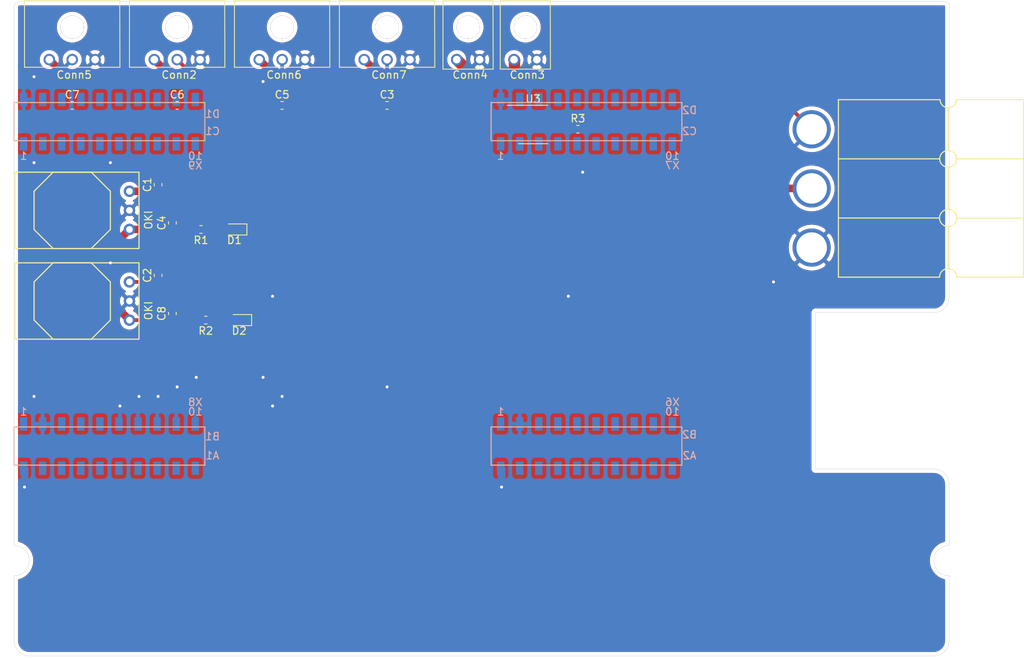
<source format=kicad_pcb>
(kicad_pcb (version 20171130) (host pcbnew "(5.1.6)-1")
  (layers (0 F.Cu signal) (31 B.Cu signal) (34 B.Paste user) (35 F.Paste user) (36 B.SilkS user) (37 F.SilkS user) (38 B.Mask user) (39 F.Mask user) (44 Edge.Cuts user))
  (net 0 "")
  (net 1 GND)
  (net 2 +12L)
  (net 3 +12VA)
  (net 4 +5V)
  (net 5 +3V3)
  (net 6 InteriorNeoPixel)
  (net 7 "Net-(Conn3-Pad1)")
  (net 8 AutopanelNeoPixel)
  (net 9 UnderglowNeoPixel)
  (net 10 SpeakerNeoPixel)
  (net 11 "Net-(D1-Pad2)")
  (net 12 "Net-(D2-Pad2)")
  (net 13 HeadlightToggle)
  (net 14 "Net-(R3-Pad1)")
  (net 15 "Net-(U4-PadPP2)")
  (net 16 "Net-(U4-PadPN3)")
  (net 17 "Net-(U4-PadPN2)")
  (net 18 "Net-(U4-PadPD0)")
  (net 19 "Net-(U4-PadPD1)")
  (net 20 "Net-(U4-PadRese)")
  (net 21 "Net-(U4-PadPH3)")
  (net 22 "Net-(U4-PadPH2)")
  (net 23 "Net-(U4-PadPM3)")
  (net 24 "Net-(U4-PadPL3)")
  (net 25 "Net-(U4-PadPL2)")
  (net 26 "Net-(U4-PadPL1)")
  (net 27 "Net-(U4-PadPL0)")
  (net 28 "Net-(U4-PadPL5)")
  (net 29 "Net-(U4-PadPL4)")
  (net 30 "Net-(U4-PadPG0)")
  (net 31 "Net-(U4-PadPF3)")
  (net 32 "Net-(U4-PadPF2)")
  (net 33 "Net-(U4-PadPF1)")
  (net 34 "Net-(U4-PadPB3)")
  (net 35 "Net-(U4-PadPB2)")
  (net 36 "Net-(U4-PadPC7)")
  (net 37 "Net-(U4-PadPD3)")
  (net 38 "Net-(U4-PadPE5)")
  (net 39 "Net-(U4-PadPC6)")
  (net 40 "Net-(U4-PadPC5)")
  (net 41 "Net-(U4-PadPC4)")
  (net 42 "Net-(U4-PadPE4)")
  (net 43 "Net-(U4-PadPE2)")
  (net 44 "Net-(U4-PadPE1)")
  (net 45 "Net-(U4-PadPE0)")
  (net 46 "Net-(U4-Pad+5V)")
  (net 47 "Net-(U4-PadPP5)")
  (net 48 "Net-(U4-PadPM7)")
  (net 49 "Net-(U4-PadPK7)")
  (net 50 "Net-(U4-PadPK6)")
  (net 51 "Net-(U4-PadPH1)")
  (net 52 "Net-(U4-PadPH0)")
  (net 53 "Net-(U4-PadPM2)")
  (net 54 "Net-(U4-PadPM1)")
  (net 55 "Net-(U4-PadPM0)")
  (net 56 "Net-(U4-PadPK5)")
  (net 57 "Net-(U4-PadPK4)")
  (net 58 "Net-(U4-PadPG1)")
  (net 59 "Net-(U4-PadPN4)")
  (net 60 "Net-(U4-PadPP4)")
  (net 61 "Net-(U4-PadPD5)")
  (net 62 "Net-(U4-PadPD4)")
  (net 63 "Net-(U4-PadPP1)")
  (net 64 "Net-(U4-PadPP0)")
  (net 65 "Net-(U4-PadPD2)")
  (net 66 "Net-(U4-PadPA5)")
  (net 67 "Net-(U4-PadPK3)")
  (net 68 "Net-(U4-PadPB5)")
  (net 69 "Net-(U4-PadPB4)")
  (net 70 "Net-(U4-Pad+5V')")
  (net 71 "Net-(U4-PadPK1)")
  (net 72 "Net-(U4-PadPK2)")
  (net 73 "Net-(U4-PadPN5)")
  (net 74 "Net-(U4-PadPA7)")
  (net 75 "Net-(U4-PadRese')")
  (net 76 "Net-(U4-PadPA4)")
  (net 77 "Net-(U4-PadPQ0)")
  (net 78 "Net-(U4-PadPP3)")
  (net 79 "Net-(U4-PadPQ3)")
  (net 80 "Net-(U4-PadPK0)")
  (net 81 "Net-(U4-PadPQ2)")
  (net 82 "Net-(U4-PadPQ1)")
  (net 83 "Net-(U4-PadPM6)")
  (module MRDT_Shields:TM4C129E_Launchpad_FULL_SMD_BOTTOM (layer F.Cu) (at 112.268 113.284)
    (fp_text reference U4 hide)
    (fp_text value TM4C129E_Launchpad hide)
    (fp_text user 1 (at 1.27 -7.112 180) (layer B.SilkS) (effects (justify mirror)))
    (fp_text user 1 (at 1.27 -41.148 180) (layer B.SilkS) (effects (justify mirror)))
    (fp_text user 1 (at 64.77 -41.148 180) (layer B.SilkS) (effects (justify mirror)))
    (fp_text user A2 (at 89.916 -1.27 180) (layer B.SilkS) (effects (justify mirror)))
    (fp_text user B2 (at 89.916 -4.064 180) (layer B.SilkS) (effects (justify mirror)))
    (fp_text user A1 (at 26.416 -1.27 180) (layer B.SilkS) (effects (justify mirror)))
    (fp_text user B1 (at 26.416 -3.81 180) (layer B.SilkS) (effects (justify mirror)))
    (fp_text user D2 (at 89.916 -47.244) (layer B.SilkS) (effects (justify mirror)))
    (fp_text user C2 (at 89.916 -44.45 180) (layer B.SilkS) (effects (justify mirror)))
    (fp_text user D1 (at 26.416 -46.736 180) (layer B.SilkS) (effects (justify mirror)))
    (fp_text user C1 (at 26.416 -44.45 180) (layer B.SilkS) (effects (justify mirror)))
    (fp_text user X6 (at 87.63 -8.382) (layer B.SilkS) (effects (justify mirror)))
    (fp_text user X7 (at 87.63 -39.878 180) (layer B.SilkS) (effects (justify mirror)))
    (fp_text user X8 (at 24.13 -8.382 180) (layer B.SilkS) (effects (justify mirror)))
    (fp_text user X9 (at 24.13 -39.878 180) (layer B.SilkS) (effects (justify mirror)))
    (fp_text user 1 (at 64.77 -7.112 180) (layer B.SilkS) (effects (justify mirror)))
    (fp_text user 10 (at 87.63 -7.112 180) (layer B.SilkS) (effects (justify mirror)))
    (fp_text user 10 (at 87.63 -41.148 180) (layer B.SilkS) (effects (justify mirror)))
    (fp_text user 10 (at 24.13 -7.112 180) (layer B.SilkS) (effects (justify mirror)))
    (fp_text user 10 (at 24.13 -41.148 180) (layer B.SilkS) (effects (justify mirror)))
    (fp_line (start 25.4 0) (end 25.4 -5.08) (layer B.SilkS) (width 0.15))
    (fp_line (start 25.4 -5.08) (end 0 -5.08) (layer B.SilkS) (width 0.15))
    (fp_line (start 0 -5.08) (end 0 0) (layer B.SilkS) (width 0.15))
    (fp_line (start 0 0) (end 25.4 0) (layer B.SilkS) (width 0.15))
    (fp_line (start 25.4 -43.18) (end 25.4 -48.26) (layer B.SilkS) (width 0.15))
    (fp_line (start 25.4 -48.26) (end 0 -48.26) (layer B.SilkS) (width 0.15))
    (fp_line (start 0 -48.26) (end 0 -43.18) (layer B.SilkS) (width 0.15))
    (fp_line (start 0 -43.18) (end 25.4 -43.18) (layer B.SilkS) (width 0.15))
    (fp_line (start 88.9 -5.08) (end 63.5 -5.08) (layer B.SilkS) (width 0.15))
    (fp_line (start 63.5 -43.18) (end 88.9 -43.18) (layer B.SilkS) (width 0.15))
    (fp_line (start 88.9 0) (end 88.9 -5.08) (layer B.SilkS) (width 0.15))
    (fp_line (start 63.5 -5.08) (end 63.5 0) (layer B.SilkS) (width 0.15))
    (fp_line (start 63.5 0) (end 88.9 0) (layer B.SilkS) (width 0.15))
    (fp_line (start 88.9 -43.18) (end 88.9 -48.26) (layer B.SilkS) (width 0.15))
    (fp_line (start 88.9 -48.26) (end 63.5 -48.26) (layer B.SilkS) (width 0.15))
    (fp_line (start 63.5 -48.26) (end 63.5 -43.18) (layer B.SilkS) (width 0.15))
    (pad PP2 smd rect (at 24.13 -48.6664 180) (size 0.9906 1.778) (layers B.Cu B.Paste B.Mask) (net 15 "Net-(U4-PadPP2)"))
    (pad PN3 smd rect (at 21.59 -48.6664 180) (size 0.9906 1.778) (layers B.Cu B.Paste B.Mask) (net 16 "Net-(U4-PadPN3)"))
    (pad PN2 smd rect (at 19.05 -48.6664 180) (size 0.9906 1.778) (layers B.Cu B.Paste B.Mask) (net 17 "Net-(U4-PadPN2)"))
    (pad PD0 smd rect (at 16.51 -48.6664 180) (size 0.9906 1.778) (layers B.Cu B.Paste B.Mask) (net 18 "Net-(U4-PadPD0)"))
    (pad PD1 smd rect (at 13.97 -48.6664 180) (size 0.9906 1.778) (layers B.Cu B.Paste B.Mask) (net 19 "Net-(U4-PadPD1)"))
    (pad Rese smd rect (at 11.43 -48.6664 180) (size 0.9906 1.778) (layers B.Cu B.Paste B.Mask) (net 20 "Net-(U4-PadRese)"))
    (pad PH3 smd rect (at 8.89 -48.6664 180) (size 0.9906 1.778) (layers B.Cu B.Paste B.Mask) (net 21 "Net-(U4-PadPH3)"))
    (pad PH2 smd rect (at 6.35 -48.6664 180) (size 0.9906 1.778) (layers B.Cu B.Paste B.Mask) (net 22 "Net-(U4-PadPH2)"))
    (pad PM3 smd rect (at 3.81 -48.6664 180) (size 0.9906 1.778) (layers B.Cu B.Paste B.Mask) (net 23 "Net-(U4-PadPM3)"))
    (pad GND smd rect (at 1.27 -48.6664 180) (size 0.9906 1.778) (layers B.Cu B.Paste B.Mask) (net 1 GND))
    (pad PL3 smd rect (at 24.13 -42.7736 180) (size 0.9906 1.778) (layers B.Cu B.Paste B.Mask) (net 24 "Net-(U4-PadPL3)"))
    (pad PL2 smd rect (at 21.59 -42.7736 180) (size 0.9906 1.778) (layers B.Cu B.Paste B.Mask) (net 25 "Net-(U4-PadPL2)"))
    (pad PL1 smd rect (at 19.05 -42.7736 180) (size 0.9906 1.778) (layers B.Cu B.Paste B.Mask) (net 26 "Net-(U4-PadPL1)"))
    (pad PL0 smd rect (at 16.51 -42.7736 180) (size 0.9906 1.778) (layers B.Cu B.Paste B.Mask) (net 27 "Net-(U4-PadPL0)"))
    (pad PL5 smd rect (at 13.97 -42.7736 180) (size 0.9906 1.778) (layers B.Cu B.Paste B.Mask) (net 28 "Net-(U4-PadPL5)"))
    (pad PL4 smd rect (at 11.43 -42.7736 180) (size 0.9906 1.778) (layers B.Cu B.Paste B.Mask) (net 29 "Net-(U4-PadPL4)"))
    (pad PG0 smd rect (at 8.89 -42.7736 180) (size 0.9906 1.778) (layers B.Cu B.Paste B.Mask) (net 30 "Net-(U4-PadPG0)"))
    (pad PF3 smd rect (at 6.35 -42.7736 180) (size 0.9906 1.778) (layers B.Cu B.Paste B.Mask) (net 31 "Net-(U4-PadPF3)"))
    (pad PF2 smd rect (at 3.81 -42.7736 180) (size 0.9906 1.778) (layers B.Cu B.Paste B.Mask) (net 32 "Net-(U4-PadPF2)"))
    (pad PF1 smd rect (at 1.27 -42.7736 180) (size 0.9906 1.778) (layers B.Cu B.Paste B.Mask) (net 33 "Net-(U4-PadPF1)"))
    (pad PB3 smd rect (at 24.13 0.4064 180) (size 0.9906 1.778) (layers B.Cu B.Paste B.Mask) (net 34 "Net-(U4-PadPB3)"))
    (pad PB2 smd rect (at 21.59 0.4064 180) (size 0.9906 1.778) (layers B.Cu B.Paste B.Mask) (net 35 "Net-(U4-PadPB2)"))
    (pad PC7 smd rect (at 19.05 0.4064 180) (size 0.9906 1.778) (layers B.Cu B.Paste B.Mask) (net 36 "Net-(U4-PadPC7)"))
    (pad PD3 smd rect (at 16.51 0.4064 180) (size 0.9906 1.778) (layers B.Cu B.Paste B.Mask) (net 37 "Net-(U4-PadPD3)"))
    (pad PE5 smd rect (at 13.97 0.4064 180) (size 0.9906 1.778) (layers B.Cu B.Paste B.Mask) (net 38 "Net-(U4-PadPE5)"))
    (pad PC6 smd rect (at 11.43 0.4064 180) (size 0.9906 1.778) (layers B.Cu B.Paste B.Mask) (net 39 "Net-(U4-PadPC6)"))
    (pad PC5 smd rect (at 8.89 0.4064 180) (size 0.9906 1.778) (layers B.Cu B.Paste B.Mask) (net 40 "Net-(U4-PadPC5)"))
    (pad PC4 smd rect (at 6.35 0.4064 180) (size 0.9906 1.778) (layers B.Cu B.Paste B.Mask) (net 41 "Net-(U4-PadPC4)"))
    (pad PE4 smd rect (at 3.81 0.4064 180) (size 0.9906 1.778) (layers B.Cu B.Paste B.Mask) (net 42 "Net-(U4-PadPE4)"))
    (pad +3V3 smd rect (at 1.27 0.4064 180) (size 0.9906 1.778) (layers B.Cu B.Paste B.Mask) (net 5 +3V3))
    (pad PM5 smd rect (at 24.13 -5.4864 180) (size 0.9906 1.778) (layers B.Cu B.Paste B.Mask) (net 6 InteriorNeoPixel))
    (pad PM4 smd rect (at 21.59 -5.4864 180) (size 0.9906 1.778) (layers B.Cu B.Paste B.Mask) (net 10 SpeakerNeoPixel))
    (pad PA6 smd rect (at 19.05 -5.4864 180) (size 0.9906 1.778) (layers B.Cu B.Paste B.Mask) (net 9 UnderglowNeoPixel))
    (pad PD7 smd rect (at 16.51 -5.4864 180) (size 0.9906 1.778) (layers B.Cu B.Paste B.Mask) (net 8 AutopanelNeoPixel))
    (pad PE3 smd rect (at 13.97 -5.4864 180) (size 0.9906 1.778) (layers B.Cu B.Paste B.Mask) (net 13 HeadlightToggle))
    (pad PE2 smd rect (at 11.43 -5.4864 180) (size 0.9906 1.778) (layers B.Cu B.Paste B.Mask) (net 43 "Net-(U4-PadPE2)"))
    (pad PE1 smd rect (at 8.89 -5.4864 180) (size 0.9906 1.778) (layers B.Cu B.Paste B.Mask) (net 44 "Net-(U4-PadPE1)"))
    (pad PE0 smd rect (at 6.35 -5.4864 180) (size 0.9906 1.778) (layers B.Cu B.Paste B.Mask) (net 45 "Net-(U4-PadPE0)"))
    (pad GND smd rect (at 3.81 -5.4864 180) (size 0.9906 1.778) (layers B.Cu B.Paste B.Mask) (net 1 GND))
    (pad +5V smd rect (at 1.27 -5.4864 180) (size 0.9906 1.778) (layers B.Cu B.Paste B.Mask) (net 46 "Net-(U4-Pad+5V)"))
    (pad PP5 smd rect (at 69.85 -48.6664 180) (size 0.9906 1.778) (layers B.Cu B.Paste B.Mask) (net 47 "Net-(U4-PadPP5)"))
    (pad PM7 smd rect (at 67.31 -48.6664 180) (size 0.9906 1.778) (layers B.Cu B.Paste B.Mask) (net 48 "Net-(U4-PadPM7)"))
    (pad GND smd rect (at 64.77 -48.6664 180) (size 0.9906 1.778) (layers B.Cu B.Paste B.Mask) (net 1 GND))
    (pad PK7 smd rect (at 87.63 -42.7736 180) (size 0.9906 1.778) (layers B.Cu B.Paste B.Mask) (net 49 "Net-(U4-PadPK7)"))
    (pad PK6 smd rect (at 85.09 -42.7736 180) (size 0.9906 1.778) (layers B.Cu B.Paste B.Mask) (net 50 "Net-(U4-PadPK6)"))
    (pad PH1 smd rect (at 82.55 -42.7736 180) (size 0.9906 1.778) (layers B.Cu B.Paste B.Mask) (net 51 "Net-(U4-PadPH1)"))
    (pad PH0 smd rect (at 80.01 -42.7736 180) (size 0.9906 1.778) (layers B.Cu B.Paste B.Mask) (net 52 "Net-(U4-PadPH0)"))
    (pad PM2 smd rect (at 77.47 -42.7736 180) (size 0.9906 1.778) (layers B.Cu B.Paste B.Mask) (net 53 "Net-(U4-PadPM2)"))
    (pad PM1 smd rect (at 74.93 -42.7736 180) (size 0.9906 1.778) (layers B.Cu B.Paste B.Mask) (net 54 "Net-(U4-PadPM1)"))
    (pad PM0 smd rect (at 72.39 -42.7736 180) (size 0.9906 1.778) (layers B.Cu B.Paste B.Mask) (net 55 "Net-(U4-PadPM0)"))
    (pad PK5 smd rect (at 69.85 -42.7736 180) (size 0.9906 1.778) (layers B.Cu B.Paste B.Mask) (net 56 "Net-(U4-PadPK5)"))
    (pad PK4 smd rect (at 67.31 -42.7736 180) (size 0.9906 1.778) (layers B.Cu B.Paste B.Mask) (net 57 "Net-(U4-PadPK4)"))
    (pad PG1 smd rect (at 64.77 -42.7736 180) (size 0.9906 1.778) (layers B.Cu B.Paste B.Mask) (net 58 "Net-(U4-PadPG1)"))
    (pad PN4 smd rect (at 87.63 0.4064 180) (size 0.9906 1.778) (layers B.Cu B.Paste B.Mask) (net 59 "Net-(U4-PadPN4)"))
    (pad PP4 smd rect (at 82.55 0.4064 180) (size 0.9906 1.778) (layers B.Cu B.Paste B.Mask) (net 60 "Net-(U4-PadPP4)"))
    (pad PD5 smd rect (at 77.47 0.4064 180) (size 0.9906 1.778) (layers B.Cu B.Paste B.Mask) (net 61 "Net-(U4-PadPD5)"))
    (pad PD4 smd rect (at 74.93 0.4064 180) (size 0.9906 1.778) (layers B.Cu B.Paste B.Mask) (net 62 "Net-(U4-PadPD4)"))
    (pad PP1 smd rect (at 72.39 0.4064 180) (size 0.9906 1.778) (layers B.Cu B.Paste B.Mask) (net 63 "Net-(U4-PadPP1)"))
    (pad PP0 smd rect (at 69.85 0.4064 180) (size 0.9906 1.778) (layers B.Cu B.Paste B.Mask) (net 64 "Net-(U4-PadPP0)"))
    (pad PD2 smd rect (at 67.31 0.4064 180) (size 0.9906 1.778) (layers B.Cu B.Paste B.Mask) (net 65 "Net-(U4-PadPD2)"))
    (pad PA5 smd rect (at 87.63 -5.4864 180) (size 0.9906 1.778) (layers B.Cu B.Paste B.Mask) (net 66 "Net-(U4-PadPA5)"))
    (pad PK3 smd rect (at 82.55 -5.4864 180) (size 0.9906 1.778) (layers B.Cu B.Paste B.Mask) (net 67 "Net-(U4-PadPK3)"))
    (pad PB5 smd rect (at 72.39 -5.4864 180) (size 0.9906 1.778) (layers B.Cu B.Paste B.Mask) (net 68 "Net-(U4-PadPB5)"))
    (pad PB4 smd rect (at 69.85 -5.4864 180) (size 0.9906 1.778) (layers B.Cu B.Paste B.Mask) (net 69 "Net-(U4-PadPB4)"))
    (pad GND smd rect (at 67.31 -5.4864 180) (size 0.9906 1.778) (layers B.Cu B.Paste B.Mask) (net 1 GND))
    (pad +5V' smd rect (at 64.77 -5.4864 180) (size 0.9906 1.778) (layers B.Cu B.Paste B.Mask) (net 70 "Net-(U4-Pad+5V')"))
    (pad PK1 smd rect (at 77.47 -5.4864 180) (size 0.9906 1.778) (layers B.Cu B.Paste B.Mask) (net 71 "Net-(U4-PadPK1)"))
    (pad PK2 smd rect (at 80.01 -5.4864 180) (size 0.9906 1.778) (layers B.Cu B.Paste B.Mask) (net 72 "Net-(U4-PadPK2)"))
    (pad PN5 smd rect (at 85.09 0.4064 180) (size 0.9906 1.778) (layers B.Cu B.Paste B.Mask) (net 73 "Net-(U4-PadPN5)"))
    (pad PA7 smd rect (at 72.39 -48.6664 180) (size 0.9906 1.778) (layers B.Cu B.Paste B.Mask) (net 74 "Net-(U4-PadPA7)"))
    (pad Rese' smd rect (at 74.93 -48.6664 180) (size 0.9906 1.778) (layers B.Cu B.Paste B.Mask) (net 75 "Net-(U4-PadRese')"))
    (pad PA4 smd rect (at 85.09 -5.4864 180) (size 0.9906 1.778) (layers B.Cu B.Paste B.Mask) (net 76 "Net-(U4-PadPA4)"))
    (pad PQ0 smd rect (at 80.01 0.4064 180) (size 0.9906 1.778) (layers B.Cu B.Paste B.Mask) (net 77 "Net-(U4-PadPQ0)"))
    (pad PP3 smd rect (at 82.55 -48.6664 180) (size 0.9906 1.778) (layers B.Cu B.Paste B.Mask) (net 78 "Net-(U4-PadPP3)"))
    (pad PQ3 smd rect (at 80.01 -48.6664 180) (size 0.9906 1.778) (layers B.Cu B.Paste B.Mask) (net 79 "Net-(U4-PadPQ3)"))
    (pad PK0 smd rect (at 74.93 -5.4864 180) (size 0.9906 1.778) (layers B.Cu B.Paste B.Mask) (net 80 "Net-(U4-PadPK0)"))
    (pad PQ2 smd rect (at 77.47 -48.6664 180) (size 0.9906 1.778) (layers B.Cu B.Paste B.Mask) (net 81 "Net-(U4-PadPQ2)"))
    (pad PQ1 smd rect (at 85.09 -48.6664 180) (size 0.9906 1.778) (layers B.Cu B.Paste B.Mask) (net 82 "Net-(U4-PadPQ1)"))
    (pad PM6 smd rect (at 87.63 -48.6664 180) (size 0.9906 1.778) (layers B.Cu B.Paste B.Mask) (net 83 "Net-(U4-PadPM6)"))
    (pad +3V3' smd rect (at 64.77 0.4064 180) (size 0.9906 1.778) (layers B.Cu B.Paste B.Mask) (net 5 +3V3))
  )
  (module Package_SO:SOIC-8-1EP_3.9x4.9mm_P1.27mm_EP2.29x3mm (layer F.Cu) (at 181.356 67.945)
    (fp_text reference U3 (at 0 -3.4) (layer F.SilkS))
    (fp_text value BDJ2GA5WEFJ)
    (fp_line (start 0 2.56) (end 1.95 2.56) (layer F.SilkS) (width 0.12))
    (fp_line (start 0 2.56) (end -1.95 2.56) (layer F.SilkS) (width 0.12))
    (fp_line (start 0 -2.56) (end 1.95 -2.56) (layer F.SilkS) (width 0.12))
    (fp_line (start 0 -2.56) (end -3.45 -2.56) (layer F.SilkS) (width 0.12))
    (pad 9 smd rect (at 0 0) (size 2.29 3) (layers F.Cu F.Mask))
    (pad 8 smd roundrect (at 2.475 -1.905) (size 1.95 0.6) (layers F.Cu F.Paste F.Mask) (net 3 +12VA))
    (pad 7 smd roundrect (at 2.475 -0.635) (size 1.95 0.6) (layers F.Cu F.Paste F.Mask))
    (pad 6 smd roundrect (at 2.475 0.635) (size 1.95 0.6) (layers F.Cu F.Paste F.Mask) (net 14 "Net-(R3-Pad1)"))
    (pad 5 smd roundrect (at 2.475 1.905) (size 1.95 0.6) (layers F.Cu F.Paste F.Mask))
    (pad 4 smd roundrect (at -2.475 1.905) (size 1.95 0.6) (layers F.Cu F.Paste F.Mask))
    (pad 3 smd roundrect (at -2.475 0.635) (size 1.95 0.6) (layers F.Cu F.Paste F.Mask) (net 1 GND))
    (pad 2 smd roundrect (at -2.475 -0.635) (size 1.95 0.6) (layers F.Cu F.Paste F.Mask) (net 7 "Net-(Conn3-Pad1)"))
    (pad 1 smd roundrect (at -2.475 -1.905) (size 1.95 0.6) (layers F.Cu F.Paste F.Mask) (net 7 "Net-(Conn3-Pad1)"))
  )
  (module MRDT_Devices:OKI_Horizontal (layer F.Cu) (at 127.635 88.9 270)
    (fp_text reference U2 hide)
    (fp_text value OKI (at 3.81 -2.54 90) (layer F.SilkS))
    (fp_line (start 5.08 2.54) (end 7.62 5.08) (layer F.SilkS) (width 0.15))
    (fp_line (start 7.62 5.08) (end 7.62 10.16) (layer F.SilkS) (width 0.15))
    (fp_line (start 7.62 10.16) (end 5.08 12.7) (layer F.SilkS) (width 0.15))
    (fp_line (start 5.08 12.7) (end 0 12.7) (layer F.SilkS) (width 0.15))
    (fp_line (start 0 12.7) (end -2.54 10.16) (layer F.SilkS) (width 0.15))
    (fp_line (start -2.54 10.16) (end -2.54 5.08) (layer F.SilkS) (width 0.15))
    (fp_line (start -2.54 5.08) (end 0 2.54) (layer F.SilkS) (width 0.15))
    (fp_line (start 0 2.54) (end 5.08 2.54) (layer F.SilkS) (width 0.15))
    (fp_line (start -2.54 15.24) (end 7.62 15.24) (layer F.SilkS) (width 0.15))
    (fp_line (start -2.54 -1.27) (end 7.62 -1.27) (layer F.SilkS) (width 0.15))
    (fp_line (start 7.62 -1.27) (end 7.62 15.24) (layer F.SilkS) (width 0.15))
    (fp_line (start -2.54 15.24) (end -2.54 -1.27) (layer F.SilkS) (width 0.15))
    (pad 3 thru_hole circle (at 5.08 0 270) (size 1.524 1.524) (drill 0.889) (layers *.Cu *.Mask) (net 4 +5V))
    (pad 2 thru_hole circle (at 2.54 0 270) (size 1.524 1.524) (drill 0.889) (layers *.Cu *.Mask) (net 1 GND))
    (pad 1 thru_hole circle (at 0 0 270) (size 1.524 1.524) (drill 0.889) (layers *.Cu *.Mask) (net 3 +12VA))
  )
  (module MRDT_Devices:OKI_Horizontal (layer F.Cu) (at 127.635 76.835 270)
    (fp_text reference U1 hide)
    (fp_text value OKI (at 3.81 -2.54 90) (layer F.SilkS))
    (fp_line (start 5.08 2.54) (end 7.62 5.08) (layer F.SilkS) (width 0.15))
    (fp_line (start 7.62 5.08) (end 7.62 10.16) (layer F.SilkS) (width 0.15))
    (fp_line (start 7.62 10.16) (end 5.08 12.7) (layer F.SilkS) (width 0.15))
    (fp_line (start 5.08 12.7) (end 0 12.7) (layer F.SilkS) (width 0.15))
    (fp_line (start 0 12.7) (end -2.54 10.16) (layer F.SilkS) (width 0.15))
    (fp_line (start -2.54 10.16) (end -2.54 5.08) (layer F.SilkS) (width 0.15))
    (fp_line (start -2.54 5.08) (end 0 2.54) (layer F.SilkS) (width 0.15))
    (fp_line (start 0 2.54) (end 5.08 2.54) (layer F.SilkS) (width 0.15))
    (fp_line (start -2.54 15.24) (end 7.62 15.24) (layer F.SilkS) (width 0.15))
    (fp_line (start -2.54 -1.27) (end 7.62 -1.27) (layer F.SilkS) (width 0.15))
    (fp_line (start 7.62 -1.27) (end 7.62 15.24) (layer F.SilkS) (width 0.15))
    (fp_line (start -2.54 15.24) (end -2.54 -1.27) (layer F.SilkS) (width 0.15))
    (pad 3 thru_hole circle (at 5.08 0 270) (size 1.524 1.524) (drill 0.889) (layers *.Cu *.Mask) (net 5 +3V3))
    (pad 2 thru_hole circle (at 2.54 0 270) (size 1.524 1.524) (drill 0.889) (layers *.Cu *.Mask) (net 1 GND))
    (pad 1 thru_hole circle (at 0 0 270) (size 1.524 1.524) (drill 0.889) (layers *.Cu *.Mask) (net 2 +12L))
  )
  (module Resistor_SMD:R_0603_1608Metric_Pad1.05x0.95mm_HandSolder (layer F.Cu) (at 187.325 68.58)
    (fp_text reference R3 (at 0 -1.43) (layer F.SilkS))
    (fp_text value 480)
    (fp_line (start -0.171267 -0.51) (end 0.171267 -0.51) (layer F.SilkS) (width 0.12))
    (fp_line (start -0.171267 0.51) (end 0.171267 0.51) (layer F.SilkS) (width 0.12))
    (pad 2 smd roundrect (at 0.875 0) (size 1.05 0.95) (layers F.Cu F.Paste F.Mask) (net 13 HeadlightToggle))
    (pad 1 smd roundrect (at -0.875 0) (size 1.05 0.95) (layers F.Cu F.Paste F.Mask) (net 14 "Net-(R3-Pad1)"))
  )
  (module Resistor_SMD:R_0603_1608Metric_Pad1.05x0.95mm_HandSolder (layer F.Cu) (at 137.795 93.98 180)
    (fp_text reference R2 (at 0 -1.43) (layer F.SilkS))
    (fp_text value 100)
    (fp_line (start -0.171267 -0.51) (end 0.171267 -0.51) (layer F.SilkS) (width 0.12))
    (fp_line (start -0.171267 0.51) (end 0.171267 0.51) (layer F.SilkS) (width 0.12))
    (pad 2 smd roundrect (at 0.875 0 180) (size 1.05 0.95) (layers F.Cu F.Paste F.Mask) (net 4 +5V))
    (pad 1 smd roundrect (at -0.875 0 180) (size 1.05 0.95) (layers F.Cu F.Paste F.Mask) (net 12 "Net-(D2-Pad2)"))
  )
  (module Resistor_SMD:R_0603_1608Metric_Pad1.05x0.95mm_HandSolder (layer F.Cu) (at 137.16 81.915 180)
    (fp_text reference R1 (at 0 -1.43) (layer F.SilkS))
    (fp_text value 47)
    (fp_line (start -0.171267 -0.51) (end 0.171267 -0.51) (layer F.SilkS) (width 0.12))
    (fp_line (start -0.171267 0.51) (end 0.171267 0.51) (layer F.SilkS) (width 0.12))
    (pad 2 smd roundrect (at 0.875 0 180) (size 1.05 0.95) (layers F.Cu F.Paste F.Mask) (net 5 +3V3))
    (pad 1 smd roundrect (at -0.875 0 180) (size 1.05 0.95) (layers F.Cu F.Paste F.Mask) (net 11 "Net-(D1-Pad2)"))
  )
  (module Diode_SMD:D_0603_1608Metric_Pad1.05x0.95mm_HandSolder (layer F.Cu) (at 142.24 93.98 180)
    (fp_text reference D2 (at 0 -1.43) (layer F.SilkS))
    (fp_text value Green)
    (fp_line (start 0.8 -0.735) (end -1.66 -0.735) (layer F.SilkS) (width 0.12))
    (fp_line (start -1.66 -0.735) (end -1.66 0.735) (layer F.SilkS) (width 0.12))
    (fp_line (start -1.66 0.735) (end 0.8 0.735) (layer F.SilkS) (width 0.12))
    (pad 2 smd roundrect (at 0.875 0 180) (size 1.05 0.95) (layers F.Cu F.Paste F.Mask) (net 12 "Net-(D2-Pad2)"))
    (pad 1 smd roundrect (at -0.875 0 180) (size 1.05 0.95) (layers F.Cu F.Paste F.Mask) (net 1 GND))
  )
  (module Diode_SMD:D_0603_1608Metric_Pad1.05x0.95mm_HandSolder (layer F.Cu) (at 141.605 81.915 180)
    (fp_text reference D1 (at 0 -1.43) (layer F.SilkS))
    (fp_text value Green)
    (fp_line (start 0.8 -0.735) (end -1.66 -0.735) (layer F.SilkS) (width 0.12))
    (fp_line (start -1.66 -0.735) (end -1.66 0.735) (layer F.SilkS) (width 0.12))
    (fp_line (start -1.66 0.735) (end 0.8 0.735) (layer F.SilkS) (width 0.12))
    (pad 2 smd roundrect (at 0.875 0 180) (size 1.05 0.95) (layers F.Cu F.Paste F.Mask) (net 11 "Net-(D1-Pad2)"))
    (pad 1 smd roundrect (at -0.875 0 180) (size 1.05 0.95) (layers F.Cu F.Paste F.Mask) (net 1 GND))
  )
  (module MRDT_Connectors:MOLEX_uF_S_03_Horizontal (layer F.Cu) (at 161.925 60.325)
    (fp_text reference Conn7 (at 0.254 1.016) (layer F.SilkS))
    (fp_text value "Speaker Panel")
    (fp_line (start -6.35 0) (end 6.35 0) (layer F.SilkS) (width 0.12))
    (fp_line (start 6.35 0) (end 6.3246 -8.89) (layer F.SilkS) (width 0.12))
    (fp_line (start -6.35 -8.89) (end -6.35 0) (layer F.SilkS) (width 0.12))
    (fp_line (start -6.35 -8.89) (end 6.35 -8.89) (layer F.SilkS) (width 0.12))
    (pad 3 thru_hole circle (at 3.048 -1.016 90) (size 1.524 1.524) (drill 1.016) (layers *.Cu *.Mask) (net 1 GND))
    (pad "" thru_hole circle (at 0 -5.334) (size 3.0734 3.0734) (drill 3.0734) (layers *.Cu *.Mask))
    (pad 2 thru_hole circle (at 0 -1.016 90) (size 1.524 1.524) (drill 1.016) (layers *.Cu *.Mask) (net 10 SpeakerNeoPixel))
    (pad 1 thru_hole circle (at -3.048 -1.016 90) (size 1.524 1.524) (drill 1.016) (layers *.Cu *.Mask) (net 4 +5V))
  )
  (module MRDT_Connectors:MOLEX_uF_S_03_Horizontal (layer F.Cu) (at 147.955 60.325)
    (fp_text reference Conn6 (at 0.254 1.016) (layer F.SilkS))
    (fp_text value Underglow)
    (fp_line (start -6.35 0) (end 6.35 0) (layer F.SilkS) (width 0.12))
    (fp_line (start 6.35 0) (end 6.3246 -8.89) (layer F.SilkS) (width 0.12))
    (fp_line (start -6.35 -8.89) (end -6.35 0) (layer F.SilkS) (width 0.12))
    (fp_line (start -6.35 -8.89) (end 6.35 -8.89) (layer F.SilkS) (width 0.12))
    (pad 3 thru_hole circle (at 3.048 -1.016 90) (size 1.524 1.524) (drill 1.016) (layers *.Cu *.Mask) (net 1 GND))
    (pad "" thru_hole circle (at 0 -5.334) (size 3.0734 3.0734) (drill 3.0734) (layers *.Cu *.Mask))
    (pad 2 thru_hole circle (at 0 -1.016 90) (size 1.524 1.524) (drill 1.016) (layers *.Cu *.Mask) (net 9 UnderglowNeoPixel))
    (pad 1 thru_hole circle (at -3.048 -1.016 90) (size 1.524 1.524) (drill 1.016) (layers *.Cu *.Mask) (net 4 +5V))
  )
  (module MRDT_Connectors:MOLEX_uF_S_03_Horizontal (layer F.Cu) (at 120.015 60.325)
    (fp_text reference Conn5 (at 0.254 1.016) (layer F.SilkS))
    (fp_text value "Auto Panel")
    (fp_line (start -6.35 0) (end 6.35 0) (layer F.SilkS) (width 0.12))
    (fp_line (start 6.35 0) (end 6.3246 -8.89) (layer F.SilkS) (width 0.12))
    (fp_line (start -6.35 -8.89) (end -6.35 0) (layer F.SilkS) (width 0.12))
    (fp_line (start -6.35 -8.89) (end 6.35 -8.89) (layer F.SilkS) (width 0.12))
    (pad 3 thru_hole circle (at 3.048 -1.016 90) (size 1.524 1.524) (drill 1.016) (layers *.Cu *.Mask) (net 1 GND))
    (pad "" thru_hole circle (at 0 -5.334) (size 3.0734 3.0734) (drill 3.0734) (layers *.Cu *.Mask))
    (pad 2 thru_hole circle (at 0 -1.016 90) (size 1.524 1.524) (drill 1.016) (layers *.Cu *.Mask) (net 8 AutopanelNeoPixel))
    (pad 1 thru_hole circle (at -3.048 -1.016 90) (size 1.524 1.524) (drill 1.016) (layers *.Cu *.Mask) (net 4 +5V))
  )
  (module MRDT_Connectors:MOLEX_uF_S_02_Horizontal (layer F.Cu) (at 172.72 60.325)
    (fp_text reference Conn4 (at 0.254 1.016) (layer F.SilkS))
    (fp_text value Lights2)
    (fp_line (start -3.3528 0.254) (end 3.302 0.254) (layer F.SilkS) (width 0.12))
    (fp_line (start -3.3528 -8.89) (end -3.3528 0.254) (layer F.SilkS) (width 0.12))
    (fp_line (start 3.3274 0.254) (end 3.302 -8.89) (layer F.SilkS) (width 0.12))
    (fp_line (start -3.3528 -8.89) (end 3.302 -8.89) (layer F.SilkS) (width 0.12))
    (pad 1 thru_hole circle (at -1.524 -1.016 90) (size 1.524 1.524) (drill 1.016) (layers *.Cu *.Mask) (net 7 "Net-(Conn3-Pad1)"))
    (pad 2 thru_hole circle (at 1.524 -1.016 90) (size 1.524 1.524) (drill 1.016) (layers *.Cu *.Mask) (net 1 GND))
    (pad "" thru_hole circle (at 0 -5.334) (size 3.0734 3.0734) (drill 3.0734) (layers *.Cu *.Mask))
  )
  (module MRDT_Connectors:MOLEX_uF_S_02_Horizontal (layer F.Cu) (at 180.34 60.325)
    (fp_text reference Conn3 (at 0.254 1.016) (layer F.SilkS))
    (fp_text value Lights)
    (fp_line (start -3.3528 0.254) (end 3.302 0.254) (layer F.SilkS) (width 0.12))
    (fp_line (start -3.3528 -8.89) (end -3.3528 0.254) (layer F.SilkS) (width 0.12))
    (fp_line (start 3.3274 0.254) (end 3.302 -8.89) (layer F.SilkS) (width 0.12))
    (fp_line (start -3.3528 -8.89) (end 3.302 -8.89) (layer F.SilkS) (width 0.12))
    (pad 1 thru_hole circle (at -1.524 -1.016 90) (size 1.524 1.524) (drill 1.016) (layers *.Cu *.Mask) (net 7 "Net-(Conn3-Pad1)"))
    (pad 2 thru_hole circle (at 1.524 -1.016 90) (size 1.524 1.524) (drill 1.016) (layers *.Cu *.Mask) (net 1 GND))
    (pad "" thru_hole circle (at 0 -5.334) (size 3.0734 3.0734) (drill 3.0734) (layers *.Cu *.Mask))
  )
  (module MRDT_Connectors:MOLEX_uF_S_03_Horizontal (layer F.Cu) (at 133.985 60.325)
    (fp_text reference Conn2 (at 0.254 1.016) (layer F.SilkS))
    (fp_text value "Interior Lights")
    (fp_line (start -6.35 0) (end 6.35 0) (layer F.SilkS) (width 0.12))
    (fp_line (start 6.35 0) (end 6.3246 -8.89) (layer F.SilkS) (width 0.12))
    (fp_line (start -6.35 -8.89) (end -6.35 0) (layer F.SilkS) (width 0.12))
    (fp_line (start -6.35 -8.89) (end 6.35 -8.89) (layer F.SilkS) (width 0.12))
    (pad 3 thru_hole circle (at 3.048 -1.016 90) (size 1.524 1.524) (drill 1.016) (layers *.Cu *.Mask) (net 1 GND))
    (pad "" thru_hole circle (at 0 -5.334) (size 3.0734 3.0734) (drill 3.0734) (layers *.Cu *.Mask))
    (pad 2 thru_hole circle (at 0 -1.016 90) (size 1.524 1.524) (drill 1.016) (layers *.Cu *.Mask) (net 6 InteriorNeoPixel))
    (pad 1 thru_hole circle (at -3.048 -1.016 90) (size 1.524 1.524) (drill 1.016) (layers *.Cu *.Mask) (net 4 +5V))
  )
  (module MRDT_Connectors:Anderson_3_Horizontal_Side_by_Side (layer F.Cu) (at 218.44 84.328 180)
    (fp_text reference Conn1 hide)
    (fp_text value AndersonPP)
    (fp_arc (start -18.161 -3.937) (end -18.161 -2.794) (angle 90) (layer F.SilkS) (width 0.15))
    (fp_arc (start -18.161 -3.937) (end -17.018 -3.937) (angle 90) (layer F.SilkS) (width 0.15))
    (fp_arc (start -18.1864 19.685) (end -19.2532 19.685) (angle 90) (layer F.SilkS) (width 0.15))
    (fp_arc (start -18.161 19.685) (end -18.161 18.6182) (angle 90) (layer F.SilkS) (width 0.15))
    (fp_line (start -18.161 12.9794) (end -18.161 18.542) (layer F.SilkS) (width 0.15))
    (fp_circle (center -18.161 11.811) (end -17.0434 11.811) (layer F.SilkS) (width 0.15))
    (fp_line (start -19.304 19.685) (end -28.194 19.685) (layer F.SilkS) (width 0.15))
    (fp_line (start -17.0434 19.685) (end -3.56 19.685) (layer F.SilkS) (width 0.15))
    (fp_line (start -19.304 -3.937) (end -20.5232 -3.937) (layer F.SilkS) (width 0.15))
    (fp_line (start -15.8496 11.811) (end -17.0434 11.811) (layer F.SilkS) (width 0.15))
    (fp_line (start -18.161 9.4996) (end -18.161 10.668) (layer F.SilkS) (width 0.15))
    (fp_line (start -20.4724 11.811) (end -19.304 11.811) (layer F.SilkS) (width 0.15))
    (fp_line (start -15.9004 -3.937) (end -16.9926 -3.937) (layer F.SilkS) (width 0.15))
    (fp_line (start -18.161 -2.794) (end -18.161 -1.6256) (layer F.SilkS) (width 0.15))
    (fp_line (start -18.161 6.223) (end -18.161 5.08) (layer F.SilkS) (width 0.15))
    (fp_line (start -28.194 3.9116) (end -19.304 3.9116) (layer F.SilkS) (width 0.15))
    (fp_line (start -18.161 1.651) (end -18.161 2.794) (layer F.SilkS) (width 0.15))
    (fp_line (start -15.875 3.937) (end -17.018 3.937) (layer F.SilkS) (width 0.15))
    (fp_line (start -18.161 6.223) (end -18.161 9.525) (layer F.SilkS) (width 0.15))
    (fp_line (start -15.875 3.937) (end -3.556 3.937) (layer F.SilkS) (width 0.15))
    (fp_line (start -18.161 1.651) (end -18.161 -1.6256) (layer F.SilkS) (width 0.15))
    (fp_circle (center -18.161 3.937) (end -18.161 5.08) (layer F.SilkS) (width 0.15))
    (fp_line (start -15.875 11.811) (end -3.556 11.811) (layer F.SilkS) (width 0.15))
    (fp_line (start -20.447 11.811) (end -28.194 11.811) (layer F.SilkS) (width 0.15))
    (fp_line (start -28.194 -3.937) (end -20.447 -3.937) (layer F.SilkS) (width 0.15))
    (fp_line (start -15.875 -3.937) (end -3.556 -3.937) (layer F.SilkS) (width 0.15))
    (fp_line (start -28.198 19.433) (end -28.198 -3.939) (layer F.SilkS) (width 0.15))
    (fp_line (start -3.56 19.685) (end -3.56 -3.939) (layer F.SilkS) (width 0.15))
    (pad 1 thru_hole circle (at 0 0 180) (size 5.08 5.08) (drill 4.06) (layers *.Cu *.Mask) (net 1 GND))
    (pad 2 thru_hole circle (at 0 7.874 180) (size 5.08 5.08) (drill 4.06) (layers *.Cu *.Mask) (net 2 +12L))
    (pad 3 thru_hole circle (at 0 15.748 180) (size 5.08 5.08) (drill 4.06) (layers *.Cu *.Mask) (net 3 +12VA))
  )
  (module Capacitor_SMD:C_0603_1608Metric_Pad1.05x0.95mm_HandSolder (layer F.Cu) (at 133.35 93.105 90)
    (fp_text reference C8 (at 0 -1.43 90) (layer F.SilkS))
    (fp_text value 10uF)
    (fp_line (start -0.171267 -0.51) (end 0.171267 -0.51) (layer F.SilkS) (width 0.12))
    (fp_line (start -0.171267 0.51) (end 0.171267 0.51) (layer F.SilkS) (width 0.12))
    (pad 2 smd roundrect (at 0.875 0 90) (size 1.05 0.95) (layers F.Cu F.Paste F.Mask) (net 1 GND))
    (pad 1 smd roundrect (at -0.875 0 90) (size 1.05 0.95) (layers F.Cu F.Paste F.Mask) (net 4 +5V))
  )
  (module Capacitor_SMD:C_0603_1608Metric_Pad1.05x0.95mm_HandSolder (layer F.Cu) (at 120.015 65.405)
    (fp_text reference C7 (at 0 -1.43) (layer F.SilkS))
    (fp_text value 10uF)
    (fp_line (start -0.171267 -0.51) (end 0.171267 -0.51) (layer F.SilkS) (width 0.12))
    (fp_line (start -0.171267 0.51) (end 0.171267 0.51) (layer F.SilkS) (width 0.12))
    (pad 2 smd roundrect (at 0.875 0) (size 1.05 0.95) (layers F.Cu F.Paste F.Mask) (net 1 GND))
    (pad 1 smd roundrect (at -0.875 0) (size 1.05 0.95) (layers F.Cu F.Paste F.Mask) (net 4 +5V))
  )
  (module Capacitor_SMD:C_0603_1608Metric_Pad1.05x0.95mm_HandSolder (layer F.Cu) (at 133.985 65.405)
    (fp_text reference C6 (at 0 -1.43) (layer F.SilkS))
    (fp_text value "10 uF")
    (fp_line (start -0.171267 -0.51) (end 0.171267 -0.51) (layer F.SilkS) (width 0.12))
    (fp_line (start -0.171267 0.51) (end 0.171267 0.51) (layer F.SilkS) (width 0.12))
    (pad 2 smd roundrect (at 0.875 0) (size 1.05 0.95) (layers F.Cu F.Paste F.Mask) (net 1 GND))
    (pad 1 smd roundrect (at -0.875 0) (size 1.05 0.95) (layers F.Cu F.Paste F.Mask) (net 4 +5V))
  )
  (module Capacitor_SMD:C_0603_1608Metric_Pad1.05x0.95mm_HandSolder (layer F.Cu) (at 147.955 65.405)
    (fp_text reference C5 (at 0 -1.43) (layer F.SilkS))
    (fp_text value "10 uF")
    (fp_line (start -0.171267 -0.51) (end 0.171267 -0.51) (layer F.SilkS) (width 0.12))
    (fp_line (start -0.171267 0.51) (end 0.171267 0.51) (layer F.SilkS) (width 0.12))
    (pad 2 smd roundrect (at 0.875 0) (size 1.05 0.95) (layers F.Cu F.Paste F.Mask) (net 1 GND))
    (pad 1 smd roundrect (at -0.875 0) (size 1.05 0.95) (layers F.Cu F.Paste F.Mask) (net 4 +5V))
  )
  (module Capacitor_SMD:C_0603_1608Metric_Pad1.05x0.95mm_HandSolder (layer F.Cu) (at 133.35 81.04 90)
    (fp_text reference C4 (at 0 -1.43 90) (layer F.SilkS))
    (fp_text value "10 uF")
    (fp_line (start -0.171267 -0.51) (end 0.171267 -0.51) (layer F.SilkS) (width 0.12))
    (fp_line (start -0.171267 0.51) (end 0.171267 0.51) (layer F.SilkS) (width 0.12))
    (pad 2 smd roundrect (at 0.875 0 90) (size 1.05 0.95) (layers F.Cu F.Paste F.Mask) (net 1 GND))
    (pad 1 smd roundrect (at -0.875 0 90) (size 1.05 0.95) (layers F.Cu F.Paste F.Mask) (net 5 +3V3))
  )
  (module Capacitor_SMD:C_0603_1608Metric_Pad1.05x0.95mm_HandSolder (layer F.Cu) (at 161.925 65.405)
    (fp_text reference C3 (at 0 -1.43) (layer F.SilkS))
    (fp_text value 10uF)
    (fp_line (start -0.171267 -0.51) (end 0.171267 -0.51) (layer F.SilkS) (width 0.12))
    (fp_line (start -0.171267 0.51) (end 0.171267 0.51) (layer F.SilkS) (width 0.12))
    (pad 2 smd roundrect (at 0.875 0) (size 1.05 0.95) (layers F.Cu F.Paste F.Mask) (net 1 GND))
    (pad 1 smd roundrect (at -0.875 0) (size 1.05 0.95) (layers F.Cu F.Paste F.Mask) (net 4 +5V))
  )
  (module Capacitor_SMD:C_0603_1608Metric_Pad1.05x0.95mm_HandSolder (layer F.Cu) (at 131.445 88.025 90)
    (fp_text reference C2 (at 0 -1.43 90) (layer F.SilkS))
    (fp_text value "10 uF")
    (fp_line (start -0.171267 -0.51) (end 0.171267 -0.51) (layer F.SilkS) (width 0.12))
    (fp_line (start -0.171267 0.51) (end 0.171267 0.51) (layer F.SilkS) (width 0.12))
    (pad 2 smd roundrect (at 0.875 0 90) (size 1.05 0.95) (layers F.Cu F.Paste F.Mask) (net 1 GND))
    (pad 1 smd roundrect (at -0.875 0 90) (size 1.05 0.95) (layers F.Cu F.Paste F.Mask) (net 3 +12VA))
  )
  (module Capacitor_SMD:C_0603_1608Metric_Pad1.05x0.95mm_HandSolder (layer F.Cu) (at 131.445 75.96 90)
    (fp_text reference C1 (at 0 -1.43 90) (layer F.SilkS))
    (fp_text value "10 uF")
    (fp_line (start -0.171267 -0.51) (end 0.171267 -0.51) (layer F.SilkS) (width 0.12))
    (fp_line (start -0.171267 0.51) (end 0.171267 0.51) (layer F.SilkS) (width 0.12))
    (pad 2 smd roundrect (at 0.875 0 90) (size 1.05 0.95) (layers F.Cu F.Paste F.Mask) (net 1 GND))
    (pad 1 smd roundrect (at -0.875 0 90) (size 1.05 0.95) (layers F.Cu F.Paste F.Mask) (net 2 +12L))
  )
  (gr_arc (start 236.22 52.07) (end 236.728 52.07) (angle -90) (layer Edge.Cuts) (width 0.05))
  (gr_line (start 113.03 51.562) (end 236.22 51.562) (layer Edge.Cuts) (width 0.05))
  (gr_line (start 112.268 52.324) (end 112.268 54.61) (layer Edge.Cuts) (width 0.05))
  (gr_arc (start 113.03 52.324) (end 113.03 51.562) (angle -90) (layer Edge.Cuts) (width 0.05))
  (gr_arc (start 112.268 125.984) (end 112.268 128.016) (angle -180) (layer Edge.Cuts) (width 0.05))
  (gr_arc (start 114.3 136.652) (end 112.268 136.652) (angle -90) (layer Edge.Cuts) (width 0.05))
  (gr_arc (start 234.696 136.652) (end 234.696 138.684) (angle -90) (layer Edge.Cuts) (width 0.05))
  (gr_arc (start 236.728 125.984) (end 236.728 123.952) (angle -180) (layer Edge.Cuts) (width 0.05))
  (gr_arc (start 234.696 115.824) (end 236.728 115.824) (angle -90) (layer Edge.Cuts) (width 0.05))
  (gr_arc (start 234.696 90.932) (end 234.696 92.964) (angle -90) (layer Edge.Cuts) (width 0.05))
  (gr_line (start 236.728 90.932) (end 236.728 52.07) (layer Edge.Cuts) (width 0.05))
  (gr_line (start 218.948 92.964) (end 234.696 92.964) (layer Edge.Cuts) (width 0.05))
  (gr_line (start 218.948 113.792) (end 218.948 92.964) (layer Edge.Cuts) (width 0.05))
  (gr_line (start 234.696 113.792) (end 218.948 113.792) (layer Edge.Cuts) (width 0.05))
  (gr_line (start 236.728 123.952) (end 236.728 115.824) (layer Edge.Cuts) (width 0.05))
  (gr_line (start 236.728 136.652) (end 236.728 128.016) (layer Edge.Cuts) (width 0.05))
  (gr_line (start 112.268 123.952) (end 112.268 54.61) (layer Edge.Cuts) (width 0.05))
  (gr_line (start 112.268 136.652) (end 112.268 128.016) (layer Edge.Cuts) (width 0.05))
  (gr_line (start 234.696 138.684) (end 114.3 138.684) (layer Edge.Cuts) (width 0.05))
  (segment (start 131.205 76.835) (end 127.635 76.835) (width 0.254) (layer F.Cu) (net 2))
  (segment (start 131.826 76.454) (end 131.445 76.835) (width 1.016) (layer F.Cu) (net 2))
  (segment (start 218.44 76.454) (end 131.826 76.454) (width 1.016) (layer F.Cu) (net 2))
  (segment (start 131.445 76.835) (end 127.635 76.835) (width 1.016) (layer F.Cu) (net 2))
  (segment (start 127.635 88.9) (end 131.445 88.9) (width 0.508) (layer F.Cu) (net 3))
  (via (at 213.36 88.9) (size 0.8) (drill 0.4) (layers F.Cu B.Cu) (net 3))
  (segment (start 131.445 88.9) (end 213.36 88.9) (width 0.508) (layer F.Cu) (net 3))
  (segment (start 213.36 73.66) (end 218.44 68.58) (width 0.508) (layer B.Cu) (net 3))
  (segment (start 213.36 88.9) (end 213.36 73.66) (width 0.508) (layer B.Cu) (net 3))
  (segment (start 215.900001 66.040001) (end 218.44 68.58) (width 0.508) (layer F.Cu) (net 3))
  (segment (start 183.831 66.04) (end 215.900001 66.040001) (width 0.508) (layer F.Cu) (net 3))
  (segment (start 127.635 93.98) (end 133.35 93.98) (width 0.508) (layer F.Cu) (net 4))
  (segment (start 133.35 93.98) (end 136.92 93.98) (width 0.508) (layer F.Cu) (net 4))
  (via (at 125.095 86.36) (size 0.8) (drill 0.4) (layers F.Cu B.Cu) (net 4))
  (via (at 125.095 73.025) (size 0.8) (drill 0.4) (layers F.Cu B.Cu) (net 4))
  (segment (start 119.14 61.482) (end 116.967 59.309) (width 1.016) (layer F.Cu) (net 4))
  (segment (start 119.14 65.405) (end 119.14 61.482) (width 1.016) (layer F.Cu) (net 4))
  (segment (start 121.567844 67.945) (end 121.68 67.945) (width 1.016) (layer F.Cu) (net 4))
  (segment (start 119.14 65.517156) (end 121.567844 67.945) (width 1.016) (layer F.Cu) (net 4))
  (segment (start 119.14 65.405) (end 119.14 65.517156) (width 1.016) (layer F.Cu) (net 4))
  (segment (start 125.095 73.025) (end 125.095 86.36) (width 1.016) (layer B.Cu) (net 4))
  (segment (start 125.095 91.44) (end 127.635 93.98) (width 1.016) (layer F.Cu) (net 4))
  (segment (start 125.095 86.36) (end 125.095 91.44) (width 1.016) (layer F.Cu) (net 4))
  (segment (start 133.11 66.915) (end 132.08 67.945) (width 1.016) (layer F.Cu) (net 4))
  (segment (start 133.11 65.405) (end 133.11 66.915) (width 1.016) (layer F.Cu) (net 4))
  (segment (start 133.11 61.482) (end 130.937 59.309) (width 1.016) (layer F.Cu) (net 4))
  (segment (start 133.11 65.405) (end 133.11 61.482) (width 1.016) (layer F.Cu) (net 4))
  (segment (start 147.08 65.405) (end 147.08 66.28) (width 1.016) (layer F.Cu) (net 4))
  (segment (start 147.08 66.28) (end 145.415 67.945) (width 1.016) (layer F.Cu) (net 4))
  (segment (start 132.08 67.945) (end 145.415 67.945) (width 1.016) (layer F.Cu) (net 4))
  (segment (start 145.415 67.945) (end 147.955 67.945) (width 1.016) (layer F.Cu) (net 4))
  (segment (start 147.955 67.945) (end 158.51 67.945) (width 1.016) (layer F.Cu) (net 4))
  (segment (start 161.05 65.405) (end 158.51 67.945) (width 1.016) (layer F.Cu) (net 4))
  (segment (start 161.05 61.482) (end 158.877 59.309) (width 1.016) (layer F.Cu) (net 4))
  (segment (start 161.05 65.405) (end 161.05 61.482) (width 1.016) (layer F.Cu) (net 4))
  (segment (start 147.08 61.482) (end 144.907 59.309) (width 1.016) (layer F.Cu) (net 4))
  (segment (start 147.08 65.405) (end 147.08 61.482) (width 1.016) (layer F.Cu) (net 4))
  (segment (start 125.095 71.472156) (end 121.567844 67.945) (width 1.016) (layer F.Cu) (net 4))
  (segment (start 125.095 73.025) (end 125.095 71.472156) (width 1.016) (layer F.Cu) (net 4))
  (segment (start 128.622156 67.945) (end 125.095 71.472156) (width 1.016) (layer F.Cu) (net 4))
  (segment (start 132.08 67.945) (end 128.622156 67.945) (width 1.016) (layer F.Cu) (net 4))
  (segment (start 133.35 81.915) (end 136.285 81.915) (width 0.254) (layer F.Cu) (net 5))
  (via (at 113.665 116.205) (size 0.8) (drill 0.4) (layers F.Cu B.Cu) (net 5))
  (via (at 177.165 116.205) (size 0.8) (drill 0.4) (layers F.Cu B.Cu) (net 5))
  (segment (start 127.635 81.915) (end 133.35 81.915) (width 1.016) (layer F.Cu) (net 5))
  (segment (start 127.635 81.915) (end 113.665 95.885) (width 1.016) (layer F.Cu) (net 5))
  (segment (start 113.665 104.509842) (end 113.665 116.205) (width 1.016) (layer F.Cu) (net 5))
  (segment (start 113.665 95.885) (end 113.665 104.509842) (width 1.016) (layer F.Cu) (net 5))
  (segment (start 113.665 116.205) (end 177.165 116.205) (width 1.016) (layer F.Cu) (net 5))
  (segment (start 177.165 113.8174) (end 177.038 113.6904) (width 1.016) (layer B.Cu) (net 5))
  (segment (start 177.165 116.205) (end 177.165 113.8174) (width 1.016) (layer B.Cu) (net 5))
  (segment (start 113.665 113.8174) (end 113.538 113.6904) (width 1.016) (layer B.Cu) (net 5))
  (segment (start 113.665 116.205) (end 113.665 113.8174) (width 1.016) (layer B.Cu) (net 5))
  (via (at 136.525 101.6) (size 0.8) (drill 0.4) (layers F.Cu B.Cu) (net 6))
  (segment (start 136.398 107.7976) (end 136.398 101.727) (width 0.508) (layer B.Cu) (net 6))
  (segment (start 136.398 101.727) (end 136.525 101.6) (width 0.508) (layer B.Cu) (net 6))
  (via (at 145.415 101.6) (size 0.8) (drill 0.4) (layers F.Cu B.Cu) (net 6))
  (segment (start 136.525 101.6) (end 145.415 101.6) (width 0.508) (layer F.Cu) (net 6))
  (segment (start 145.415 101.6) (end 145.415 64.77) (width 0.508) (layer B.Cu) (net 6))
  (via (at 145.415 62.23) (size 0.8) (drill 0.4) (layers F.Cu B.Cu) (net 6))
  (segment (start 145.415 64.77) (end 145.415 62.23) (width 0.508) (layer B.Cu) (net 6))
  (segment (start 136.906 62.23) (end 133.985 59.309) (width 0.508) (layer F.Cu) (net 6))
  (segment (start 145.415 62.23) (end 136.906 62.23) (width 0.508) (layer F.Cu) (net 6))
  (segment (start 178.881 67.31) (end 178.881 66.04) (width 1.524) (layer F.Cu) (net 7))
  (segment (start 178.881 59.374) (end 178.816 59.309) (width 1.524) (layer F.Cu) (net 7))
  (segment (start 175.198 63.311) (end 178.881 63.311) (width 1.524) (layer F.Cu) (net 7))
  (segment (start 171.196 59.309) (end 175.198 63.311) (width 1.524) (layer F.Cu) (net 7))
  (segment (start 178.881 66.04) (end 178.881 63.311) (width 1.524) (layer F.Cu) (net 7))
  (segment (start 178.881 63.311) (end 178.881 59.374) (width 1.524) (layer F.Cu) (net 7))
  (via (at 128.905 104.14) (size 0.8) (drill 0.4) (layers F.Cu B.Cu) (net 8))
  (segment (start 128.778 107.7976) (end 128.778 104.267) (width 0.508) (layer B.Cu) (net 8))
  (segment (start 128.778 104.267) (end 128.905 104.14) (width 0.508) (layer B.Cu) (net 8))
  (via (at 114.935 104.14) (size 0.8) (drill 0.4) (layers F.Cu B.Cu) (net 8))
  (segment (start 128.905 104.14) (end 114.935 104.14) (width 0.508) (layer F.Cu) (net 8))
  (via (at 114.935 73.025) (size 0.8) (drill 0.4) (layers F.Cu B.Cu) (net 8))
  (segment (start 114.935 104.14) (end 114.935 73.025) (width 0.508) (layer B.Cu) (net 8))
  (via (at 114.935 61.595) (size 0.8) (drill 0.4) (layers F.Cu B.Cu) (net 8))
  (segment (start 114.935 73.025) (end 114.935 61.595) (width 0.508) (layer F.Cu) (net 8))
  (segment (start 117.729 61.595) (end 120.015 59.309) (width 0.508) (layer B.Cu) (net 8))
  (segment (start 114.935 61.595) (end 117.729 61.595) (width 0.508) (layer B.Cu) (net 8))
  (segment (start 131.318 107.7976) (end 131.318 104.267) (width 0.508) (layer B.Cu) (net 9))
  (via (at 131.445 104.14) (size 0.8) (drill 0.4) (layers F.Cu B.Cu) (net 9))
  (segment (start 131.318 104.267) (end 131.445 104.14) (width 0.508) (layer B.Cu) (net 9))
  (via (at 147.955 104.14) (size 0.8) (drill 0.4) (layers F.Cu B.Cu) (net 9))
  (segment (start 131.445 104.14) (end 147.955 104.14) (width 0.508) (layer F.Cu) (net 9))
  (segment (start 147.955 104.14) (end 147.955 59.309) (width 0.508) (layer B.Cu) (net 9))
  (segment (start 133.858 107.7976) (end 133.858 102.997) (width 0.508) (layer B.Cu) (net 10))
  (via (at 133.985 102.87) (size 0.8) (drill 0.4) (layers F.Cu B.Cu) (net 10))
  (segment (start 133.858 102.997) (end 133.985 102.87) (width 0.508) (layer B.Cu) (net 10))
  (segment (start 133.985 102.87) (end 161.925 102.87) (width 0.508) (layer F.Cu) (net 10))
  (via (at 161.925 102.87) (size 0.8) (drill 0.4) (layers F.Cu B.Cu) (net 10))
  (segment (start 161.925 102.87) (end 161.925 59.309) (width 0.508) (layer B.Cu) (net 10))
  (segment (start 138.035 81.915) (end 140.73 81.915) (width 0.254) (layer F.Cu) (net 11))
  (segment (start 138.67 93.98) (end 141.365 93.98) (width 0.508) (layer F.Cu) (net 12))
  (via (at 187.96 74.295) (size 0.8) (drill 0.4) (layers F.Cu B.Cu) (net 13))
  (segment (start 188.2 68.58) (end 188.2 74.055) (width 0.508) (layer F.Cu) (net 13))
  (segment (start 188.2 74.055) (end 187.96 74.295) (width 0.508) (layer F.Cu) (net 13))
  (via (at 186.055 90.805) (size 0.8) (drill 0.4) (layers F.Cu B.Cu) (net 13))
  (segment (start 187.96 74.295) (end 186.055 76.2) (width 0.508) (layer B.Cu) (net 13))
  (segment (start 186.055 76.2) (end 186.055 90.805) (width 0.508) (layer B.Cu) (net 13))
  (via (at 146.685 90.805) (size 0.8) (drill 0.4) (layers F.Cu B.Cu) (net 13))
  (segment (start 186.055 90.805) (end 146.685 90.805) (width 0.508) (layer F.Cu) (net 13))
  (via (at 146.685 105.41) (size 0.8) (drill 0.4) (layers F.Cu B.Cu) (net 13))
  (segment (start 146.685 90.805) (end 146.685 105.41) (width 0.508) (layer B.Cu) (net 13))
  (via (at 126.365 105.41) (size 0.8) (drill 0.4) (layers F.Cu B.Cu) (net 13))
  (segment (start 146.685 105.41) (end 126.365 105.41) (width 0.508) (layer F.Cu) (net 13))
  (segment (start 126.365 107.6706) (end 126.238 107.7976) (width 0.508) (layer B.Cu) (net 13))
  (segment (start 126.365 105.41) (end 126.365 107.6706) (width 0.508) (layer B.Cu) (net 13))
  (segment (start 186.45 68.58) (end 183.831 68.58) (width 0.508) (layer F.Cu) (net 14))
  (zone (net 1) (net_name GND) (layer F.Cu) (connect_pads (clearance 0.508)) (min_thickness 0.254) (fill yes (arc_segments 32) (thermal_gap 0.508) (thermal_bridge_width 0.508))
    (polygon (pts (xy 236.728 138.684) (xy 112.268 138.684) (xy 112.268 51.562) (xy 236.728 51.562)))
  )
  (zone (net 1) (net_name GND) (layer B.Cu) (connect_pads (clearance 0.508)) (min_thickness 0.254) (fill yes (arc_segments 32) (thermal_gap 0.508) (thermal_bridge_width 0.508))
    (polygon (pts (xy 236.728 138.684) (xy 112.268 138.684) (xy 112.268 51.562) (xy 236.728 51.562)))
  )
)
</source>
